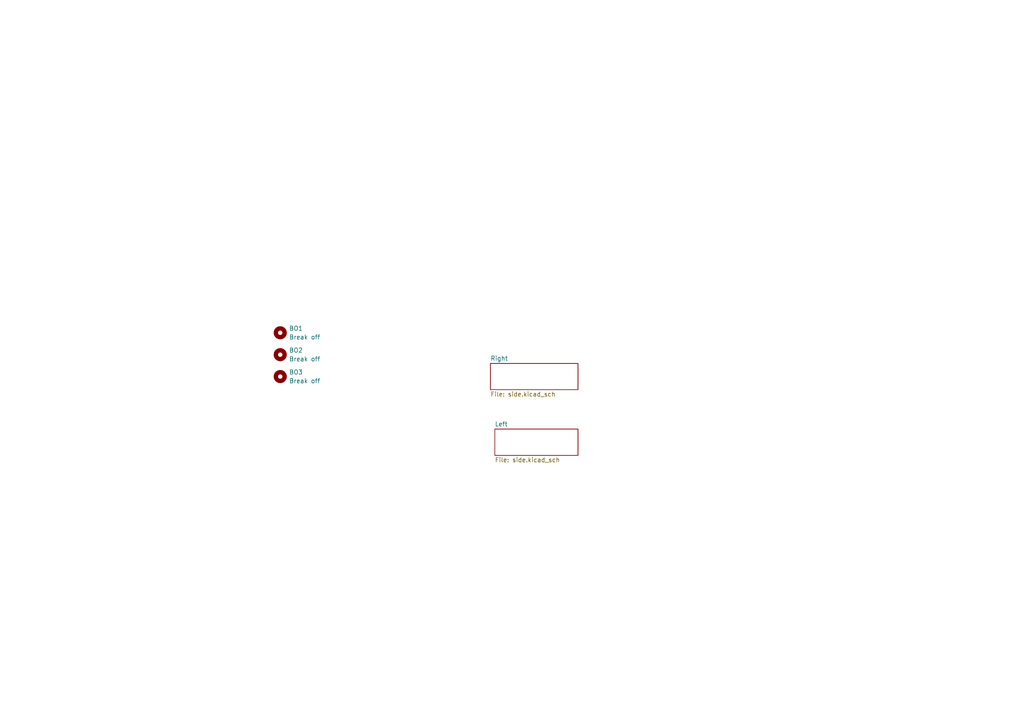
<source format=kicad_sch>
(kicad_sch
	(version 20250114)
	(generator "eeschema")
	(generator_version "9.0")
	(uuid "ad8dad8e-44e3-415c-8c12-8d7add5b9081")
	(paper "A4")
	(lib_symbols
		(symbol "Mechanical:MountingHole"
			(pin_names
				(offset 1.016)
			)
			(exclude_from_sim no)
			(in_bom no)
			(on_board yes)
			(property "Reference" "H"
				(at 0 5.08 0)
				(effects
					(font
						(size 1.27 1.27)
					)
				)
			)
			(property "Value" "MountingHole"
				(at 0 3.175 0)
				(effects
					(font
						(size 1.27 1.27)
					)
				)
			)
			(property "Footprint" ""
				(at 0 0 0)
				(effects
					(font
						(size 1.27 1.27)
					)
					(hide yes)
				)
			)
			(property "Datasheet" "~"
				(at 0 0 0)
				(effects
					(font
						(size 1.27 1.27)
					)
					(hide yes)
				)
			)
			(property "Description" "Mounting Hole without connection"
				(at 0 0 0)
				(effects
					(font
						(size 1.27 1.27)
					)
					(hide yes)
				)
			)
			(property "ki_keywords" "mounting hole"
				(at 0 0 0)
				(effects
					(font
						(size 1.27 1.27)
					)
					(hide yes)
				)
			)
			(property "ki_fp_filters" "MountingHole*"
				(at 0 0 0)
				(effects
					(font
						(size 1.27 1.27)
					)
					(hide yes)
				)
			)
			(symbol "MountingHole_0_1"
				(circle
					(center 0 0)
					(radius 1.27)
					(stroke
						(width 1.27)
						(type default)
					)
					(fill
						(type none)
					)
				)
			)
			(embedded_fonts no)
		)
	)
	(symbol
		(lib_id "Mechanical:MountingHole")
		(at 81.28 109.22 0)
		(unit 1)
		(exclude_from_sim no)
		(in_bom no)
		(on_board yes)
		(dnp no)
		(fields_autoplaced yes)
		(uuid "842d7b76-2eaa-4114-be7b-9aefa5ab26e3")
		(property "Reference" "BO3"
			(at 83.82 107.9499 0)
			(effects
				(font
					(size 1.27 1.27)
				)
				(justify left)
			)
		)
		(property "Value" "Break off"
			(at 83.82 110.4899 0)
			(effects
				(font
					(size 1.27 1.27)
				)
				(justify left)
			)
		)
		(property "Footprint" "Xiao 5mm:mouse-bite-5mm-slot"
			(at 81.28 109.22 0)
			(effects
				(font
					(size 1.27 1.27)
				)
				(hide yes)
			)
		)
		(property "Datasheet" "~"
			(at 81.28 109.22 0)
			(effects
				(font
					(size 1.27 1.27)
				)
				(hide yes)
			)
		)
		(property "Description" "Mounting Hole without connection"
			(at 81.28 109.22 0)
			(effects
				(font
					(size 1.27 1.27)
				)
				(hide yes)
			)
		)
		(instances
			(project "F to J Split Keyboard"
				(path "/ad8dad8e-44e3-415c-8c12-8d7add5b9081"
					(reference "BO3")
					(unit 1)
				)
			)
		)
	)
	(symbol
		(lib_id "Mechanical:MountingHole")
		(at 81.28 96.52 0)
		(unit 1)
		(exclude_from_sim no)
		(in_bom no)
		(on_board yes)
		(dnp no)
		(fields_autoplaced yes)
		(uuid "a8d0e631-2e83-43bb-9f0b-15db8a5f71fd")
		(property "Reference" "BO1"
			(at 83.82 95.2499 0)
			(effects
				(font
					(size 1.27 1.27)
				)
				(justify left)
			)
		)
		(property "Value" "Break off"
			(at 83.82 97.7899 0)
			(effects
				(font
					(size 1.27 1.27)
				)
				(justify left)
			)
		)
		(property "Footprint" "Xiao 5mm:mouse-bite-5mm-slot"
			(at 81.28 96.52 0)
			(effects
				(font
					(size 1.27 1.27)
				)
				(hide yes)
			)
		)
		(property "Datasheet" "~"
			(at 81.28 96.52 0)
			(effects
				(font
					(size 1.27 1.27)
				)
				(hide yes)
			)
		)
		(property "Description" "Mounting Hole without connection"
			(at 81.28 96.52 0)
			(effects
				(font
					(size 1.27 1.27)
				)
				(hide yes)
			)
		)
		(instances
			(project ""
				(path "/ad8dad8e-44e3-415c-8c12-8d7add5b9081"
					(reference "BO1")
					(unit 1)
				)
			)
		)
	)
	(symbol
		(lib_id "Mechanical:MountingHole")
		(at 81.28 102.87 0)
		(unit 1)
		(exclude_from_sim no)
		(in_bom no)
		(on_board yes)
		(dnp no)
		(fields_autoplaced yes)
		(uuid "ed6c5c3e-ce0c-4a39-878c-1e169dda0a2b")
		(property "Reference" "BO2"
			(at 83.82 101.5999 0)
			(effects
				(font
					(size 1.27 1.27)
				)
				(justify left)
			)
		)
		(property "Value" "Break off"
			(at 83.82 104.1399 0)
			(effects
				(font
					(size 1.27 1.27)
				)
				(justify left)
			)
		)
		(property "Footprint" "Xiao 5mm:mouse-bite-5mm-slot"
			(at 81.28 102.87 0)
			(effects
				(font
					(size 1.27 1.27)
				)
				(hide yes)
			)
		)
		(property "Datasheet" "~"
			(at 81.28 102.87 0)
			(effects
				(font
					(size 1.27 1.27)
				)
				(hide yes)
			)
		)
		(property "Description" "Mounting Hole without connection"
			(at 81.28 102.87 0)
			(effects
				(font
					(size 1.27 1.27)
				)
				(hide yes)
			)
		)
		(instances
			(project "F to J Split Keyboard"
				(path "/ad8dad8e-44e3-415c-8c12-8d7add5b9081"
					(reference "BO2")
					(unit 1)
				)
			)
		)
	)
	(sheet
		(at 143.51 124.46)
		(size 24.13 7.62)
		(exclude_from_sim no)
		(in_bom yes)
		(on_board yes)
		(dnp no)
		(fields_autoplaced yes)
		(stroke
			(width 0.1524)
			(type solid)
		)
		(fill
			(color 0 0 0 0.0000)
		)
		(uuid "961c734f-dae4-4334-bf5e-905ca49a49d1")
		(property "Sheetname" "Left"
			(at 143.51 123.7484 0)
			(effects
				(font
					(size 1.27 1.27)
				)
				(justify left bottom)
			)
		)
		(property "Sheetfile" "side.kicad_sch"
			(at 143.51 132.6646 0)
			(effects
				(font
					(size 1.27 1.27)
				)
				(justify left top)
			)
		)
		(instances
			(project "F to J Split Keyboard"
				(path "/ad8dad8e-44e3-415c-8c12-8d7add5b9081"
					(page "2")
				)
			)
		)
	)
	(sheet
		(at 142.24 105.41)
		(size 25.4 7.62)
		(exclude_from_sim no)
		(in_bom yes)
		(on_board yes)
		(dnp no)
		(fields_autoplaced yes)
		(stroke
			(width 0.1524)
			(type solid)
		)
		(fill
			(color 0 0 0 0.0000)
		)
		(uuid "ed54552b-effd-45b0-ba22-70288b9f68c1")
		(property "Sheetname" "Right"
			(at 142.24 104.6984 0)
			(effects
				(font
					(size 1.27 1.27)
				)
				(justify left bottom)
			)
		)
		(property "Sheetfile" "side.kicad_sch"
			(at 142.24 113.6146 0)
			(effects
				(font
					(size 1.27 1.27)
				)
				(justify left top)
			)
		)
		(instances
			(project "F to J Split Keyboard"
				(path "/ad8dad8e-44e3-415c-8c12-8d7add5b9081"
					(page "3")
				)
			)
		)
	)
	(sheet_instances
		(path "/"
			(page "1")
		)
	)
	(embedded_fonts no)
)

</source>
